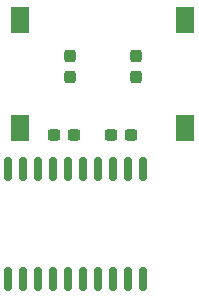
<source format=gtp>
G04 #@! TF.GenerationSoftware,KiCad,Pcbnew,7.0.9-7.0.9~ubuntu20.04.1*
G04 #@! TF.CreationDate,2023-12-17T15:18:06+01:00*
G04 #@! TF.ProjectId,kicad-pmod_rs485,6b696361-642d-4706-9d6f-645f72733438,rev?*
G04 #@! TF.SameCoordinates,Original*
G04 #@! TF.FileFunction,Paste,Top*
G04 #@! TF.FilePolarity,Positive*
%FSLAX46Y46*%
G04 Gerber Fmt 4.6, Leading zero omitted, Abs format (unit mm)*
G04 Created by KiCad (PCBNEW 7.0.9-7.0.9~ubuntu20.04.1) date 2023-12-17 15:18:06*
%MOMM*%
%LPD*%
G01*
G04 APERTURE LIST*
G04 Aperture macros list*
%AMRoundRect*
0 Rectangle with rounded corners*
0 $1 Rounding radius*
0 $2 $3 $4 $5 $6 $7 $8 $9 X,Y pos of 4 corners*
0 Add a 4 corners polygon primitive as box body*
4,1,4,$2,$3,$4,$5,$6,$7,$8,$9,$2,$3,0*
0 Add four circle primitives for the rounded corners*
1,1,$1+$1,$2,$3*
1,1,$1+$1,$4,$5*
1,1,$1+$1,$6,$7*
1,1,$1+$1,$8,$9*
0 Add four rect primitives between the rounded corners*
20,1,$1+$1,$2,$3,$4,$5,0*
20,1,$1+$1,$4,$5,$6,$7,0*
20,1,$1+$1,$6,$7,$8,$9,0*
20,1,$1+$1,$8,$9,$2,$3,0*%
G04 Aperture macros list end*
%ADD10RoundRect,0.237500X0.300000X0.237500X-0.300000X0.237500X-0.300000X-0.237500X0.300000X-0.237500X0*%
%ADD11RoundRect,0.237500X0.237500X-0.287500X0.237500X0.287500X-0.237500X0.287500X-0.237500X-0.287500X0*%
%ADD12R,1.600000X2.180000*%
%ADD13RoundRect,0.150000X-0.150000X0.875000X-0.150000X-0.875000X0.150000X-0.875000X0.150000X0.875000X0*%
G04 APERTURE END LIST*
D10*
X130148500Y-81280000D03*
X128423500Y-81280000D03*
X125322500Y-81280000D03*
X123597500Y-81280000D03*
D11*
X124968000Y-76313000D03*
X124968000Y-74563000D03*
X130556000Y-76313000D03*
X130556000Y-74563000D03*
D12*
X120777000Y-71483000D03*
X120777000Y-80663000D03*
X134747000Y-71483000D03*
X134747000Y-80663000D03*
D13*
X131191000Y-84123000D03*
X129921000Y-84123000D03*
X128651000Y-84123000D03*
X127381000Y-84123000D03*
X126111000Y-84123000D03*
X124841000Y-84123000D03*
X123571000Y-84123000D03*
X122301000Y-84123000D03*
X121031000Y-84123000D03*
X119761000Y-84123000D03*
X119761000Y-93423000D03*
X121031000Y-93423000D03*
X122301000Y-93423000D03*
X123571000Y-93423000D03*
X124841000Y-93423000D03*
X126111000Y-93423000D03*
X127381000Y-93423000D03*
X128651000Y-93423000D03*
X129921000Y-93423000D03*
X131191000Y-93423000D03*
M02*

</source>
